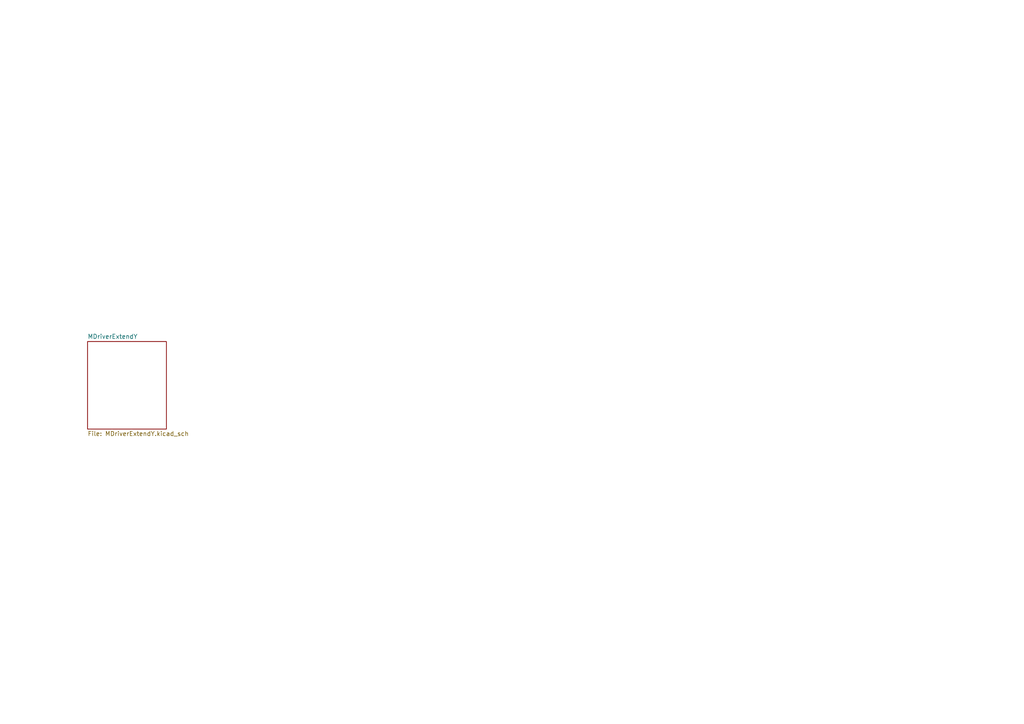
<source format=kicad_sch>
(kicad_sch (version 20230121) (generator eeschema)
  (paper "A4")
  (lib_symbols)
  (sheet (at 25.4 99.06) (size 22.86 25.4) (stroke (width 0.1524))
    (property "Sheetname" "MDriverExtendY" (at 25.4 98.3484 0) (effects (justify left bottom)))
    (property "Sheetfile" "MDriverExtendY.kicad_sch" (at 25.4 125.0446 0) (effects (justify left top)))
  )
)
</source>
